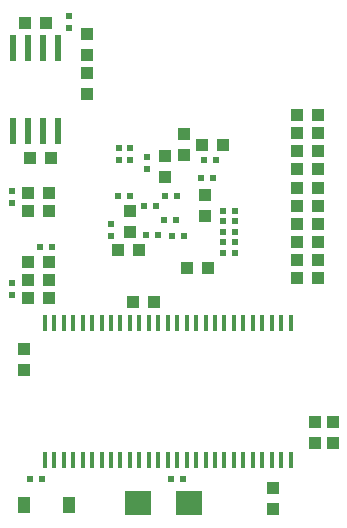
<source format=gbr>
G75*
G70*
%OFA0B0*%
%FSLAX24Y24*%
%IPPOS*%
%LPD*%
%AMOC8*
5,1,8,0,0,1.08239X$1,22.5*
%
%ADD10R,0.0240X0.0230*%
%ADD11R,0.0400X0.0400*%
%ADD12R,0.0230X0.0240*%
%ADD13R,0.0157X0.0551*%
%ADD14R,0.0236X0.0866*%
%ADD15R,0.0394X0.0551*%
%ADD16R,0.0900X0.0800*%
D10*
X007552Y009988D03*
X007952Y009988D03*
X012252Y009988D03*
X012652Y009988D03*
X014002Y017538D03*
X014002Y017888D03*
X014002Y018238D03*
X014002Y018588D03*
X014002Y018938D03*
X014402Y018938D03*
X014402Y018588D03*
X014402Y018238D03*
X014402Y017888D03*
X014402Y017538D03*
X012699Y018090D03*
X012299Y018090D03*
X011833Y018149D03*
X011433Y018149D03*
X012023Y018621D03*
X012423Y018621D03*
X011774Y019094D03*
X012063Y019448D03*
X012463Y019448D03*
X013252Y020038D03*
X013652Y020038D03*
X013752Y020638D03*
X013352Y020638D03*
X011374Y019094D03*
X010888Y019448D03*
X010488Y019448D03*
X008302Y017742D03*
X007902Y017742D03*
D11*
X008202Y017238D03*
X008202Y016638D03*
X008202Y016038D03*
X007502Y016038D03*
X007502Y016638D03*
X007502Y017238D03*
X007502Y018938D03*
X007502Y019538D03*
X008202Y019538D03*
X008202Y018938D03*
X008252Y020688D03*
X007552Y020688D03*
X009452Y022838D03*
X009452Y023538D03*
X009452Y024138D03*
X009452Y024838D03*
X008102Y025188D03*
X007402Y025188D03*
X012066Y020782D03*
X012066Y020082D03*
X012692Y020788D03*
X013302Y021138D03*
X012692Y021488D03*
X014002Y021138D03*
X013404Y019483D03*
X013404Y018783D03*
X013502Y017038D03*
X012802Y017038D03*
X011702Y015888D03*
X011002Y015888D03*
X011195Y017637D03*
X010885Y018232D03*
X010885Y018932D03*
X010495Y017637D03*
X007352Y014338D03*
X007352Y013638D03*
X015652Y009688D03*
X015652Y008988D03*
X017052Y011188D03*
X017652Y011188D03*
X017652Y011888D03*
X017052Y011888D03*
X017152Y016688D03*
X017152Y017288D03*
X017152Y017888D03*
X017152Y018488D03*
X017152Y019088D03*
X017152Y019688D03*
X017152Y020338D03*
X017152Y020938D03*
X017152Y021538D03*
X017152Y022138D03*
X016452Y022138D03*
X016452Y021538D03*
X016452Y020938D03*
X016452Y020338D03*
X016452Y019688D03*
X016452Y019088D03*
X016452Y018488D03*
X016452Y017888D03*
X016452Y017288D03*
X016452Y016688D03*
D12*
X011475Y020350D03*
X011475Y020750D03*
X010885Y020626D03*
X010530Y020626D03*
X010530Y021026D03*
X010885Y021026D03*
X010255Y018516D03*
X010255Y018116D03*
X006952Y019188D03*
X006952Y019588D03*
X006952Y016538D03*
X006952Y016138D03*
X008852Y025038D03*
X008852Y025438D03*
D13*
X009003Y015193D03*
X009318Y015193D03*
X009633Y015193D03*
X009948Y015193D03*
X010263Y015193D03*
X010578Y015193D03*
X010893Y015193D03*
X011208Y015193D03*
X011523Y015193D03*
X011837Y015193D03*
X012152Y015193D03*
X012467Y015193D03*
X012782Y015193D03*
X013097Y015193D03*
X013412Y015193D03*
X013727Y015193D03*
X014042Y015193D03*
X014357Y015193D03*
X014672Y015193D03*
X014987Y015193D03*
X015302Y015193D03*
X015617Y015193D03*
X015932Y015193D03*
X016247Y015193D03*
X016247Y010626D03*
X015932Y010626D03*
X015617Y010626D03*
X015302Y010626D03*
X014987Y010626D03*
X014672Y010626D03*
X014357Y010626D03*
X014042Y010626D03*
X013727Y010626D03*
X013412Y010626D03*
X013097Y010626D03*
X012782Y010626D03*
X012467Y010626D03*
X012152Y010626D03*
X011837Y010626D03*
X011523Y010626D03*
X011208Y010626D03*
X010893Y010626D03*
X010578Y010626D03*
X010263Y010626D03*
X009948Y010626D03*
X009633Y010626D03*
X009318Y010626D03*
X009003Y010626D03*
X008688Y010626D03*
X008373Y010626D03*
X008058Y010626D03*
X008058Y015193D03*
X008373Y015193D03*
X008688Y015193D03*
D14*
X008502Y021610D03*
X008002Y021610D03*
X007502Y021610D03*
X007002Y021610D03*
X007002Y024366D03*
X007502Y024366D03*
X008002Y024366D03*
X008502Y024366D03*
D15*
X007354Y009138D03*
X008850Y009138D03*
D16*
X011152Y009188D03*
X012852Y009188D03*
M02*

</source>
